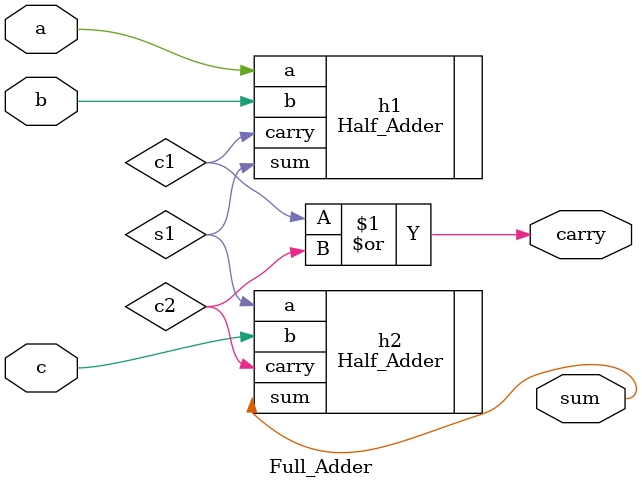
<source format=v>

`timescale 1 ns / 1 ps

module Full_Adder (
	input         a,
	input         b,
	input         c,
	output wire   sum,
	output wire   carry
);

wire s1;
wire c1;
wire c2;

Half_Adder h1 ( .a (a ), .b (b), .sum (s1 ), .carry (c1) );
Half_Adder h2 ( .a (s1), .b (c), .sum (sum), .carry (c2) );

assign carry = c1 | c2;

endmodule

</source>
